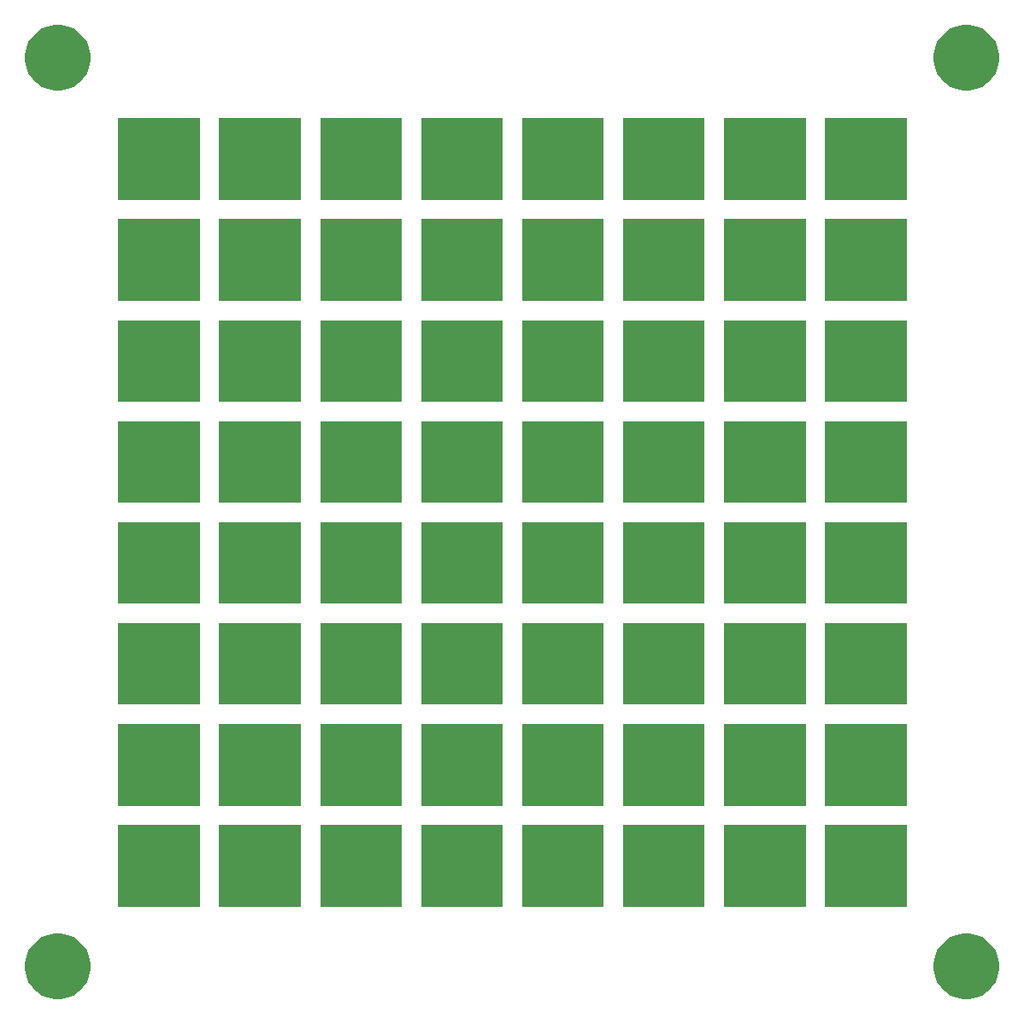
<source format=gbr>
G04 #@! TF.GenerationSoftware,KiCad,Pcbnew,(5.1.5)-3*
G04 #@! TF.CreationDate,2020-05-05T12:11:31+02:00*
G04 #@! TF.ProjectId,led_board,6c65645f-626f-4617-9264-2e6b69636164,rev?*
G04 #@! TF.SameCoordinates,Original*
G04 #@! TF.FileFunction,Soldermask,Bot*
G04 #@! TF.FilePolarity,Negative*
%FSLAX46Y46*%
G04 Gerber Fmt 4.6, Leading zero omitted, Abs format (unit mm)*
G04 Created by KiCad (PCBNEW (5.1.5)-3) date 2020-05-05 12:11:31*
%MOMM*%
%LPD*%
G04 APERTURE LIST*
%ADD10C,0.100000*%
G04 APERTURE END LIST*
D10*
G36*
X289000000Y-149000000D02*
G01*
X281000000Y-149000000D01*
X281000000Y-141000000D01*
X289000000Y-141000000D01*
X289000000Y-149000000D01*
G37*
X289000000Y-149000000D02*
X281000000Y-149000000D01*
X281000000Y-141000000D01*
X289000000Y-141000000D01*
X289000000Y-149000000D01*
G36*
X279000000Y-149000000D02*
G01*
X271000000Y-149000000D01*
X271000000Y-141000000D01*
X279000000Y-141000000D01*
X279000000Y-149000000D01*
G37*
X279000000Y-149000000D02*
X271000000Y-149000000D01*
X271000000Y-141000000D01*
X279000000Y-141000000D01*
X279000000Y-149000000D01*
G36*
X269000000Y-149000000D02*
G01*
X261000000Y-149000000D01*
X261000000Y-141000000D01*
X269000000Y-141000000D01*
X269000000Y-149000000D01*
G37*
X269000000Y-149000000D02*
X261000000Y-149000000D01*
X261000000Y-141000000D01*
X269000000Y-141000000D01*
X269000000Y-149000000D01*
G36*
X259000000Y-149000000D02*
G01*
X251000000Y-149000000D01*
X251000000Y-141000000D01*
X259000000Y-141000000D01*
X259000000Y-149000000D01*
G37*
X259000000Y-149000000D02*
X251000000Y-149000000D01*
X251000000Y-141000000D01*
X259000000Y-141000000D01*
X259000000Y-149000000D01*
G36*
X249000000Y-149000000D02*
G01*
X241000000Y-149000000D01*
X241000000Y-141000000D01*
X249000000Y-141000000D01*
X249000000Y-149000000D01*
G37*
X249000000Y-149000000D02*
X241000000Y-149000000D01*
X241000000Y-141000000D01*
X249000000Y-141000000D01*
X249000000Y-149000000D01*
G36*
X239000000Y-149000000D02*
G01*
X231000000Y-149000000D01*
X231000000Y-141000000D01*
X239000000Y-141000000D01*
X239000000Y-149000000D01*
G37*
X239000000Y-149000000D02*
X231000000Y-149000000D01*
X231000000Y-141000000D01*
X239000000Y-141000000D01*
X239000000Y-149000000D01*
G36*
X229000000Y-149000000D02*
G01*
X221000000Y-149000000D01*
X221000000Y-141000000D01*
X229000000Y-141000000D01*
X229000000Y-149000000D01*
G37*
X229000000Y-149000000D02*
X221000000Y-149000000D01*
X221000000Y-141000000D01*
X229000000Y-141000000D01*
X229000000Y-149000000D01*
G36*
X219000000Y-149000000D02*
G01*
X211000000Y-149000000D01*
X211000000Y-141000000D01*
X219000000Y-141000000D01*
X219000000Y-149000000D01*
G37*
X219000000Y-149000000D02*
X211000000Y-149000000D01*
X211000000Y-141000000D01*
X219000000Y-141000000D01*
X219000000Y-149000000D01*
G36*
X289000000Y-139000000D02*
G01*
X281000000Y-139000000D01*
X281000000Y-131000000D01*
X289000000Y-131000000D01*
X289000000Y-139000000D01*
G37*
X289000000Y-139000000D02*
X281000000Y-139000000D01*
X281000000Y-131000000D01*
X289000000Y-131000000D01*
X289000000Y-139000000D01*
G36*
X279000000Y-139000000D02*
G01*
X271000000Y-139000000D01*
X271000000Y-131000000D01*
X279000000Y-131000000D01*
X279000000Y-139000000D01*
G37*
X279000000Y-139000000D02*
X271000000Y-139000000D01*
X271000000Y-131000000D01*
X279000000Y-131000000D01*
X279000000Y-139000000D01*
G36*
X269000000Y-139000000D02*
G01*
X261000000Y-139000000D01*
X261000000Y-131000000D01*
X269000000Y-131000000D01*
X269000000Y-139000000D01*
G37*
X269000000Y-139000000D02*
X261000000Y-139000000D01*
X261000000Y-131000000D01*
X269000000Y-131000000D01*
X269000000Y-139000000D01*
G36*
X259000000Y-139000000D02*
G01*
X251000000Y-139000000D01*
X251000000Y-131000000D01*
X259000000Y-131000000D01*
X259000000Y-139000000D01*
G37*
X259000000Y-139000000D02*
X251000000Y-139000000D01*
X251000000Y-131000000D01*
X259000000Y-131000000D01*
X259000000Y-139000000D01*
G36*
X249000000Y-139000000D02*
G01*
X241000000Y-139000000D01*
X241000000Y-131000000D01*
X249000000Y-131000000D01*
X249000000Y-139000000D01*
G37*
X249000000Y-139000000D02*
X241000000Y-139000000D01*
X241000000Y-131000000D01*
X249000000Y-131000000D01*
X249000000Y-139000000D01*
G36*
X239000000Y-139000000D02*
G01*
X231000000Y-139000000D01*
X231000000Y-131000000D01*
X239000000Y-131000000D01*
X239000000Y-139000000D01*
G37*
X239000000Y-139000000D02*
X231000000Y-139000000D01*
X231000000Y-131000000D01*
X239000000Y-131000000D01*
X239000000Y-139000000D01*
G36*
X229000000Y-139000000D02*
G01*
X221000000Y-139000000D01*
X221000000Y-131000000D01*
X229000000Y-131000000D01*
X229000000Y-139000000D01*
G37*
X229000000Y-139000000D02*
X221000000Y-139000000D01*
X221000000Y-131000000D01*
X229000000Y-131000000D01*
X229000000Y-139000000D01*
G36*
X219000000Y-139000000D02*
G01*
X211000000Y-139000000D01*
X211000000Y-131000000D01*
X219000000Y-131000000D01*
X219000000Y-139000000D01*
G37*
X219000000Y-139000000D02*
X211000000Y-139000000D01*
X211000000Y-131000000D01*
X219000000Y-131000000D01*
X219000000Y-139000000D01*
G36*
X289000000Y-129000000D02*
G01*
X281000000Y-129000000D01*
X281000000Y-121000000D01*
X289000000Y-121000000D01*
X289000000Y-129000000D01*
G37*
X289000000Y-129000000D02*
X281000000Y-129000000D01*
X281000000Y-121000000D01*
X289000000Y-121000000D01*
X289000000Y-129000000D01*
G36*
X279000000Y-129000000D02*
G01*
X271000000Y-129000000D01*
X271000000Y-121000000D01*
X279000000Y-121000000D01*
X279000000Y-129000000D01*
G37*
X279000000Y-129000000D02*
X271000000Y-129000000D01*
X271000000Y-121000000D01*
X279000000Y-121000000D01*
X279000000Y-129000000D01*
G36*
X269000000Y-129000000D02*
G01*
X261000000Y-129000000D01*
X261000000Y-121000000D01*
X269000000Y-121000000D01*
X269000000Y-129000000D01*
G37*
X269000000Y-129000000D02*
X261000000Y-129000000D01*
X261000000Y-121000000D01*
X269000000Y-121000000D01*
X269000000Y-129000000D01*
G36*
X259000000Y-129000000D02*
G01*
X251000000Y-129000000D01*
X251000000Y-121000000D01*
X259000000Y-121000000D01*
X259000000Y-129000000D01*
G37*
X259000000Y-129000000D02*
X251000000Y-129000000D01*
X251000000Y-121000000D01*
X259000000Y-121000000D01*
X259000000Y-129000000D01*
G36*
X249000000Y-129000000D02*
G01*
X241000000Y-129000000D01*
X241000000Y-121000000D01*
X249000000Y-121000000D01*
X249000000Y-129000000D01*
G37*
X249000000Y-129000000D02*
X241000000Y-129000000D01*
X241000000Y-121000000D01*
X249000000Y-121000000D01*
X249000000Y-129000000D01*
G36*
X239000000Y-129000000D02*
G01*
X231000000Y-129000000D01*
X231000000Y-121000000D01*
X239000000Y-121000000D01*
X239000000Y-129000000D01*
G37*
X239000000Y-129000000D02*
X231000000Y-129000000D01*
X231000000Y-121000000D01*
X239000000Y-121000000D01*
X239000000Y-129000000D01*
G36*
X229000000Y-129000000D02*
G01*
X221000000Y-129000000D01*
X221000000Y-121000000D01*
X229000000Y-121000000D01*
X229000000Y-129000000D01*
G37*
X229000000Y-129000000D02*
X221000000Y-129000000D01*
X221000000Y-121000000D01*
X229000000Y-121000000D01*
X229000000Y-129000000D01*
G36*
X219000000Y-129000000D02*
G01*
X211000000Y-129000000D01*
X211000000Y-121000000D01*
X219000000Y-121000000D01*
X219000000Y-129000000D01*
G37*
X219000000Y-129000000D02*
X211000000Y-129000000D01*
X211000000Y-121000000D01*
X219000000Y-121000000D01*
X219000000Y-129000000D01*
G36*
X289000000Y-119000000D02*
G01*
X281000000Y-119000000D01*
X281000000Y-111000000D01*
X289000000Y-111000000D01*
X289000000Y-119000000D01*
G37*
X289000000Y-119000000D02*
X281000000Y-119000000D01*
X281000000Y-111000000D01*
X289000000Y-111000000D01*
X289000000Y-119000000D01*
G36*
X279000000Y-119000000D02*
G01*
X271000000Y-119000000D01*
X271000000Y-111000000D01*
X279000000Y-111000000D01*
X279000000Y-119000000D01*
G37*
X279000000Y-119000000D02*
X271000000Y-119000000D01*
X271000000Y-111000000D01*
X279000000Y-111000000D01*
X279000000Y-119000000D01*
G36*
X269000000Y-119000000D02*
G01*
X261000000Y-119000000D01*
X261000000Y-111000000D01*
X269000000Y-111000000D01*
X269000000Y-119000000D01*
G37*
X269000000Y-119000000D02*
X261000000Y-119000000D01*
X261000000Y-111000000D01*
X269000000Y-111000000D01*
X269000000Y-119000000D01*
G36*
X259000000Y-119000000D02*
G01*
X251000000Y-119000000D01*
X251000000Y-111000000D01*
X259000000Y-111000000D01*
X259000000Y-119000000D01*
G37*
X259000000Y-119000000D02*
X251000000Y-119000000D01*
X251000000Y-111000000D01*
X259000000Y-111000000D01*
X259000000Y-119000000D01*
G36*
X249000000Y-119000000D02*
G01*
X241000000Y-119000000D01*
X241000000Y-111000000D01*
X249000000Y-111000000D01*
X249000000Y-119000000D01*
G37*
X249000000Y-119000000D02*
X241000000Y-119000000D01*
X241000000Y-111000000D01*
X249000000Y-111000000D01*
X249000000Y-119000000D01*
G36*
X239000000Y-119000000D02*
G01*
X231000000Y-119000000D01*
X231000000Y-111000000D01*
X239000000Y-111000000D01*
X239000000Y-119000000D01*
G37*
X239000000Y-119000000D02*
X231000000Y-119000000D01*
X231000000Y-111000000D01*
X239000000Y-111000000D01*
X239000000Y-119000000D01*
G36*
X229000000Y-119000000D02*
G01*
X221000000Y-119000000D01*
X221000000Y-111000000D01*
X229000000Y-111000000D01*
X229000000Y-119000000D01*
G37*
X229000000Y-119000000D02*
X221000000Y-119000000D01*
X221000000Y-111000000D01*
X229000000Y-111000000D01*
X229000000Y-119000000D01*
G36*
X219000000Y-119000000D02*
G01*
X211000000Y-119000000D01*
X211000000Y-111000000D01*
X219000000Y-111000000D01*
X219000000Y-119000000D01*
G37*
X219000000Y-119000000D02*
X211000000Y-119000000D01*
X211000000Y-111000000D01*
X219000000Y-111000000D01*
X219000000Y-119000000D01*
G36*
X289000000Y-109000000D02*
G01*
X281000000Y-109000000D01*
X281000000Y-101000000D01*
X289000000Y-101000000D01*
X289000000Y-109000000D01*
G37*
X289000000Y-109000000D02*
X281000000Y-109000000D01*
X281000000Y-101000000D01*
X289000000Y-101000000D01*
X289000000Y-109000000D01*
G36*
X279000000Y-109000000D02*
G01*
X271000000Y-109000000D01*
X271000000Y-101000000D01*
X279000000Y-101000000D01*
X279000000Y-109000000D01*
G37*
X279000000Y-109000000D02*
X271000000Y-109000000D01*
X271000000Y-101000000D01*
X279000000Y-101000000D01*
X279000000Y-109000000D01*
G36*
X269000000Y-109000000D02*
G01*
X261000000Y-109000000D01*
X261000000Y-101000000D01*
X269000000Y-101000000D01*
X269000000Y-109000000D01*
G37*
X269000000Y-109000000D02*
X261000000Y-109000000D01*
X261000000Y-101000000D01*
X269000000Y-101000000D01*
X269000000Y-109000000D01*
G36*
X259000000Y-109000000D02*
G01*
X251000000Y-109000000D01*
X251000000Y-101000000D01*
X259000000Y-101000000D01*
X259000000Y-109000000D01*
G37*
X259000000Y-109000000D02*
X251000000Y-109000000D01*
X251000000Y-101000000D01*
X259000000Y-101000000D01*
X259000000Y-109000000D01*
G36*
X249000000Y-109000000D02*
G01*
X241000000Y-109000000D01*
X241000000Y-101000000D01*
X249000000Y-101000000D01*
X249000000Y-109000000D01*
G37*
X249000000Y-109000000D02*
X241000000Y-109000000D01*
X241000000Y-101000000D01*
X249000000Y-101000000D01*
X249000000Y-109000000D01*
G36*
X239000000Y-109000000D02*
G01*
X231000000Y-109000000D01*
X231000000Y-101000000D01*
X239000000Y-101000000D01*
X239000000Y-109000000D01*
G37*
X239000000Y-109000000D02*
X231000000Y-109000000D01*
X231000000Y-101000000D01*
X239000000Y-101000000D01*
X239000000Y-109000000D01*
G36*
X229000000Y-109000000D02*
G01*
X221000000Y-109000000D01*
X221000000Y-101000000D01*
X229000000Y-101000000D01*
X229000000Y-109000000D01*
G37*
X229000000Y-109000000D02*
X221000000Y-109000000D01*
X221000000Y-101000000D01*
X229000000Y-101000000D01*
X229000000Y-109000000D01*
G36*
X219000000Y-109000000D02*
G01*
X211000000Y-109000000D01*
X211000000Y-101000000D01*
X219000000Y-101000000D01*
X219000000Y-109000000D01*
G37*
X219000000Y-109000000D02*
X211000000Y-109000000D01*
X211000000Y-101000000D01*
X219000000Y-101000000D01*
X219000000Y-109000000D01*
G36*
X289000000Y-99000000D02*
G01*
X281000000Y-99000000D01*
X281000000Y-91000000D01*
X289000000Y-91000000D01*
X289000000Y-99000000D01*
G37*
X289000000Y-99000000D02*
X281000000Y-99000000D01*
X281000000Y-91000000D01*
X289000000Y-91000000D01*
X289000000Y-99000000D01*
G36*
X279000000Y-99000000D02*
G01*
X271000000Y-99000000D01*
X271000000Y-91000000D01*
X279000000Y-91000000D01*
X279000000Y-99000000D01*
G37*
X279000000Y-99000000D02*
X271000000Y-99000000D01*
X271000000Y-91000000D01*
X279000000Y-91000000D01*
X279000000Y-99000000D01*
G36*
X269000000Y-99000000D02*
G01*
X261000000Y-99000000D01*
X261000000Y-91000000D01*
X269000000Y-91000000D01*
X269000000Y-99000000D01*
G37*
X269000000Y-99000000D02*
X261000000Y-99000000D01*
X261000000Y-91000000D01*
X269000000Y-91000000D01*
X269000000Y-99000000D01*
G36*
X259000000Y-99000000D02*
G01*
X251000000Y-99000000D01*
X251000000Y-91000000D01*
X259000000Y-91000000D01*
X259000000Y-99000000D01*
G37*
X259000000Y-99000000D02*
X251000000Y-99000000D01*
X251000000Y-91000000D01*
X259000000Y-91000000D01*
X259000000Y-99000000D01*
G36*
X249000000Y-99000000D02*
G01*
X241000000Y-99000000D01*
X241000000Y-91000000D01*
X249000000Y-91000000D01*
X249000000Y-99000000D01*
G37*
X249000000Y-99000000D02*
X241000000Y-99000000D01*
X241000000Y-91000000D01*
X249000000Y-91000000D01*
X249000000Y-99000000D01*
G36*
X239000000Y-99000000D02*
G01*
X231000000Y-99000000D01*
X231000000Y-91000000D01*
X239000000Y-91000000D01*
X239000000Y-99000000D01*
G37*
X239000000Y-99000000D02*
X231000000Y-99000000D01*
X231000000Y-91000000D01*
X239000000Y-91000000D01*
X239000000Y-99000000D01*
G36*
X229000000Y-99000000D02*
G01*
X221000000Y-99000000D01*
X221000000Y-91000000D01*
X229000000Y-91000000D01*
X229000000Y-99000000D01*
G37*
X229000000Y-99000000D02*
X221000000Y-99000000D01*
X221000000Y-91000000D01*
X229000000Y-91000000D01*
X229000000Y-99000000D01*
G36*
X219000000Y-99000000D02*
G01*
X211000000Y-99000000D01*
X211000000Y-91000000D01*
X219000000Y-91000000D01*
X219000000Y-99000000D01*
G37*
X219000000Y-99000000D02*
X211000000Y-99000000D01*
X211000000Y-91000000D01*
X219000000Y-91000000D01*
X219000000Y-99000000D01*
G36*
X289000000Y-89000000D02*
G01*
X281000000Y-89000000D01*
X281000000Y-81000000D01*
X289000000Y-81000000D01*
X289000000Y-89000000D01*
G37*
X289000000Y-89000000D02*
X281000000Y-89000000D01*
X281000000Y-81000000D01*
X289000000Y-81000000D01*
X289000000Y-89000000D01*
G36*
X279000000Y-89000000D02*
G01*
X271000000Y-89000000D01*
X271000000Y-81000000D01*
X279000000Y-81000000D01*
X279000000Y-89000000D01*
G37*
X279000000Y-89000000D02*
X271000000Y-89000000D01*
X271000000Y-81000000D01*
X279000000Y-81000000D01*
X279000000Y-89000000D01*
G36*
X269000000Y-89000000D02*
G01*
X261000000Y-89000000D01*
X261000000Y-81000000D01*
X269000000Y-81000000D01*
X269000000Y-89000000D01*
G37*
X269000000Y-89000000D02*
X261000000Y-89000000D01*
X261000000Y-81000000D01*
X269000000Y-81000000D01*
X269000000Y-89000000D01*
G36*
X259000000Y-89000000D02*
G01*
X251000000Y-89000000D01*
X251000000Y-81000000D01*
X259000000Y-81000000D01*
X259000000Y-89000000D01*
G37*
X259000000Y-89000000D02*
X251000000Y-89000000D01*
X251000000Y-81000000D01*
X259000000Y-81000000D01*
X259000000Y-89000000D01*
G36*
X249000000Y-89000000D02*
G01*
X241000000Y-89000000D01*
X241000000Y-81000000D01*
X249000000Y-81000000D01*
X249000000Y-89000000D01*
G37*
X249000000Y-89000000D02*
X241000000Y-89000000D01*
X241000000Y-81000000D01*
X249000000Y-81000000D01*
X249000000Y-89000000D01*
G36*
X239000000Y-89000000D02*
G01*
X231000000Y-89000000D01*
X231000000Y-81000000D01*
X239000000Y-81000000D01*
X239000000Y-89000000D01*
G37*
X239000000Y-89000000D02*
X231000000Y-89000000D01*
X231000000Y-81000000D01*
X239000000Y-81000000D01*
X239000000Y-89000000D01*
G36*
X229000000Y-89000000D02*
G01*
X221000000Y-89000000D01*
X221000000Y-81000000D01*
X229000000Y-81000000D01*
X229000000Y-89000000D01*
G37*
X229000000Y-89000000D02*
X221000000Y-89000000D01*
X221000000Y-81000000D01*
X229000000Y-81000000D01*
X229000000Y-89000000D01*
G36*
X219000000Y-89000000D02*
G01*
X211000000Y-89000000D01*
X211000000Y-81000000D01*
X219000000Y-81000000D01*
X219000000Y-89000000D01*
G37*
X219000000Y-89000000D02*
X211000000Y-89000000D01*
X211000000Y-81000000D01*
X219000000Y-81000000D01*
X219000000Y-89000000D01*
G36*
X289000000Y-79000000D02*
G01*
X281000000Y-79000000D01*
X281000000Y-71000000D01*
X289000000Y-71000000D01*
X289000000Y-79000000D01*
G37*
X289000000Y-79000000D02*
X281000000Y-79000000D01*
X281000000Y-71000000D01*
X289000000Y-71000000D01*
X289000000Y-79000000D01*
G36*
X279000000Y-79000000D02*
G01*
X271000000Y-79000000D01*
X271000000Y-71000000D01*
X279000000Y-71000000D01*
X279000000Y-79000000D01*
G37*
X279000000Y-79000000D02*
X271000000Y-79000000D01*
X271000000Y-71000000D01*
X279000000Y-71000000D01*
X279000000Y-79000000D01*
G36*
X269000000Y-79000000D02*
G01*
X261000000Y-79000000D01*
X261000000Y-71000000D01*
X269000000Y-71000000D01*
X269000000Y-79000000D01*
G37*
X269000000Y-79000000D02*
X261000000Y-79000000D01*
X261000000Y-71000000D01*
X269000000Y-71000000D01*
X269000000Y-79000000D01*
G36*
X259000000Y-79000000D02*
G01*
X251000000Y-79000000D01*
X251000000Y-71000000D01*
X259000000Y-71000000D01*
X259000000Y-79000000D01*
G37*
X259000000Y-79000000D02*
X251000000Y-79000000D01*
X251000000Y-71000000D01*
X259000000Y-71000000D01*
X259000000Y-79000000D01*
G36*
X249000000Y-79000000D02*
G01*
X241000000Y-79000000D01*
X241000000Y-71000000D01*
X249000000Y-71000000D01*
X249000000Y-79000000D01*
G37*
X249000000Y-79000000D02*
X241000000Y-79000000D01*
X241000000Y-71000000D01*
X249000000Y-71000000D01*
X249000000Y-79000000D01*
G36*
X239000000Y-79000000D02*
G01*
X231000000Y-79000000D01*
X231000000Y-71000000D01*
X239000000Y-71000000D01*
X239000000Y-79000000D01*
G37*
X239000000Y-79000000D02*
X231000000Y-79000000D01*
X231000000Y-71000000D01*
X239000000Y-71000000D01*
X239000000Y-79000000D01*
G36*
X229000000Y-79000000D02*
G01*
X221000000Y-79000000D01*
X221000000Y-71000000D01*
X229000000Y-71000000D01*
X229000000Y-79000000D01*
G37*
X229000000Y-79000000D02*
X221000000Y-79000000D01*
X221000000Y-71000000D01*
X229000000Y-71000000D01*
X229000000Y-79000000D01*
G36*
X219000000Y-79000000D02*
G01*
X211000000Y-79000000D01*
X211000000Y-71000000D01*
X219000000Y-71000000D01*
X219000000Y-79000000D01*
G37*
X219000000Y-79000000D02*
X211000000Y-79000000D01*
X211000000Y-71000000D01*
X219000000Y-71000000D01*
X219000000Y-79000000D01*
G36*
X205634239Y-151811467D02*
G01*
X205948282Y-151873934D01*
X206539926Y-152119001D01*
X207072392Y-152474784D01*
X207525216Y-152927608D01*
X207880999Y-153460074D01*
X208126066Y-154051718D01*
X208126066Y-154051719D01*
X208251000Y-154679803D01*
X208251000Y-155320197D01*
X208188533Y-155634239D01*
X208126066Y-155948282D01*
X207880999Y-156539926D01*
X207525216Y-157072392D01*
X207072392Y-157525216D01*
X206539926Y-157880999D01*
X205948282Y-158126066D01*
X205634239Y-158188533D01*
X205320197Y-158251000D01*
X204679803Y-158251000D01*
X204365761Y-158188533D01*
X204051718Y-158126066D01*
X203460074Y-157880999D01*
X202927608Y-157525216D01*
X202474784Y-157072392D01*
X202119001Y-156539926D01*
X201873934Y-155948282D01*
X201811467Y-155634239D01*
X201749000Y-155320197D01*
X201749000Y-154679803D01*
X201873934Y-154051719D01*
X201873934Y-154051718D01*
X202119001Y-153460074D01*
X202474784Y-152927608D01*
X202927608Y-152474784D01*
X203460074Y-152119001D01*
X204051718Y-151873934D01*
X204365761Y-151811467D01*
X204679803Y-151749000D01*
X205320197Y-151749000D01*
X205634239Y-151811467D01*
G37*
G36*
X295634239Y-151811467D02*
G01*
X295948282Y-151873934D01*
X296539926Y-152119001D01*
X297072392Y-152474784D01*
X297525216Y-152927608D01*
X297880999Y-153460074D01*
X298126066Y-154051718D01*
X298126066Y-154051719D01*
X298251000Y-154679803D01*
X298251000Y-155320197D01*
X298188533Y-155634239D01*
X298126066Y-155948282D01*
X297880999Y-156539926D01*
X297525216Y-157072392D01*
X297072392Y-157525216D01*
X296539926Y-157880999D01*
X295948282Y-158126066D01*
X295634239Y-158188533D01*
X295320197Y-158251000D01*
X294679803Y-158251000D01*
X294365761Y-158188533D01*
X294051718Y-158126066D01*
X293460074Y-157880999D01*
X292927608Y-157525216D01*
X292474784Y-157072392D01*
X292119001Y-156539926D01*
X291873934Y-155948282D01*
X291811467Y-155634239D01*
X291749000Y-155320197D01*
X291749000Y-154679803D01*
X291873934Y-154051719D01*
X291873934Y-154051718D01*
X292119001Y-153460074D01*
X292474784Y-152927608D01*
X292927608Y-152474784D01*
X293460074Y-152119001D01*
X294051718Y-151873934D01*
X294365761Y-151811467D01*
X294679803Y-151749000D01*
X295320197Y-151749000D01*
X295634239Y-151811467D01*
G37*
G36*
X205634239Y-61811467D02*
G01*
X205948282Y-61873934D01*
X206539926Y-62119001D01*
X207072392Y-62474784D01*
X207525216Y-62927608D01*
X207880999Y-63460074D01*
X208126066Y-64051718D01*
X208126066Y-64051719D01*
X208251000Y-64679803D01*
X208251000Y-65320197D01*
X208188533Y-65634239D01*
X208126066Y-65948282D01*
X207880999Y-66539926D01*
X207525216Y-67072392D01*
X207072392Y-67525216D01*
X206539926Y-67880999D01*
X205948282Y-68126066D01*
X205634239Y-68188533D01*
X205320197Y-68251000D01*
X204679803Y-68251000D01*
X204365761Y-68188533D01*
X204051718Y-68126066D01*
X203460074Y-67880999D01*
X202927608Y-67525216D01*
X202474784Y-67072392D01*
X202119001Y-66539926D01*
X201873934Y-65948282D01*
X201811467Y-65634239D01*
X201749000Y-65320197D01*
X201749000Y-64679803D01*
X201873934Y-64051719D01*
X201873934Y-64051718D01*
X202119001Y-63460074D01*
X202474784Y-62927608D01*
X202927608Y-62474784D01*
X203460074Y-62119001D01*
X204051718Y-61873934D01*
X204365761Y-61811467D01*
X204679803Y-61749000D01*
X205320197Y-61749000D01*
X205634239Y-61811467D01*
G37*
G36*
X295634239Y-61811467D02*
G01*
X295948282Y-61873934D01*
X296539926Y-62119001D01*
X297072392Y-62474784D01*
X297525216Y-62927608D01*
X297880999Y-63460074D01*
X298126066Y-64051718D01*
X298126066Y-64051719D01*
X298251000Y-64679803D01*
X298251000Y-65320197D01*
X298188533Y-65634239D01*
X298126066Y-65948282D01*
X297880999Y-66539926D01*
X297525216Y-67072392D01*
X297072392Y-67525216D01*
X296539926Y-67880999D01*
X295948282Y-68126066D01*
X295634239Y-68188533D01*
X295320197Y-68251000D01*
X294679803Y-68251000D01*
X294365761Y-68188533D01*
X294051718Y-68126066D01*
X293460074Y-67880999D01*
X292927608Y-67525216D01*
X292474784Y-67072392D01*
X292119001Y-66539926D01*
X291873934Y-65948282D01*
X291811467Y-65634239D01*
X291749000Y-65320197D01*
X291749000Y-64679803D01*
X291873934Y-64051719D01*
X291873934Y-64051718D01*
X292119001Y-63460074D01*
X292474784Y-62927608D01*
X292927608Y-62474784D01*
X293460074Y-62119001D01*
X294051718Y-61873934D01*
X294365761Y-61811467D01*
X294679803Y-61749000D01*
X295320197Y-61749000D01*
X295634239Y-61811467D01*
G37*
M02*

</source>
